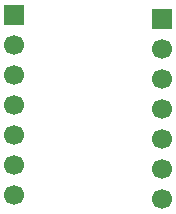
<source format=gbr>
%TF.GenerationSoftware,KiCad,Pcbnew,9.0.2*%
%TF.CreationDate,2025-05-30T20:37:56+08:00*%
%TF.ProjectId,magfire,6d616766-6972-4652-9e6b-696361645f70,rev?*%
%TF.SameCoordinates,Original*%
%TF.FileFunction,Soldermask,Bot*%
%TF.FilePolarity,Negative*%
%FSLAX46Y46*%
G04 Gerber Fmt 4.6, Leading zero omitted, Abs format (unit mm)*
G04 Created by KiCad (PCBNEW 9.0.2) date 2025-05-30 20:37:56*
%MOMM*%
%LPD*%
G01*
G04 APERTURE LIST*
%ADD10R,1.700000X1.700000*%
%ADD11C,1.700000*%
G04 APERTURE END LIST*
D10*
%TO.C,J2*%
X158500000Y-99840000D03*
D11*
X158500000Y-102380000D03*
X158500000Y-104920000D03*
X158500000Y-107460000D03*
X158500000Y-110000000D03*
X158500000Y-112540000D03*
X158500000Y-115080000D03*
%TD*%
D10*
%TO.C,J1*%
X146000000Y-99500000D03*
D11*
X146000000Y-102040000D03*
X146000000Y-104580000D03*
X146000000Y-107120000D03*
X146000000Y-109660000D03*
X146000000Y-112200000D03*
X146000000Y-114740000D03*
%TD*%
M02*

</source>
